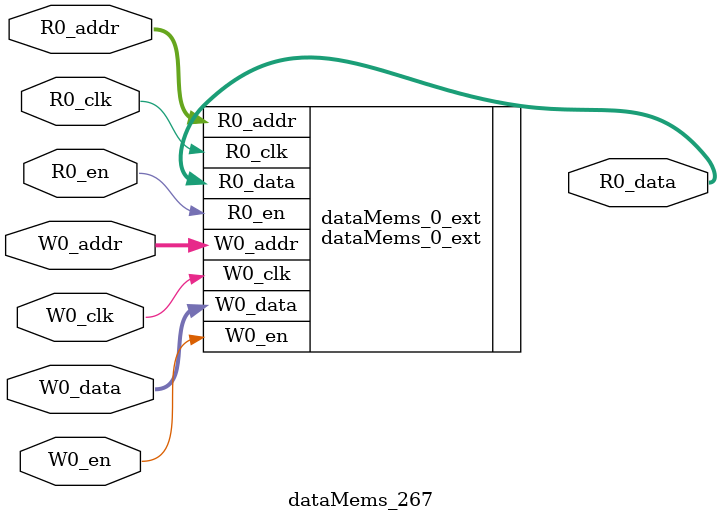
<source format=sv>
`ifndef RANDOMIZE
  `ifdef RANDOMIZE_REG_INIT
    `define RANDOMIZE
  `endif // RANDOMIZE_REG_INIT
`endif // not def RANDOMIZE
`ifndef RANDOMIZE
  `ifdef RANDOMIZE_MEM_INIT
    `define RANDOMIZE
  `endif // RANDOMIZE_MEM_INIT
`endif // not def RANDOMIZE

`ifndef RANDOM
  `define RANDOM $random
`endif // not def RANDOM

// Users can define 'PRINTF_COND' to add an extra gate to prints.
`ifndef PRINTF_COND_
  `ifdef PRINTF_COND
    `define PRINTF_COND_ (`PRINTF_COND)
  `else  // PRINTF_COND
    `define PRINTF_COND_ 1
  `endif // PRINTF_COND
`endif // not def PRINTF_COND_

// Users can define 'ASSERT_VERBOSE_COND' to add an extra gate to assert error printing.
`ifndef ASSERT_VERBOSE_COND_
  `ifdef ASSERT_VERBOSE_COND
    `define ASSERT_VERBOSE_COND_ (`ASSERT_VERBOSE_COND)
  `else  // ASSERT_VERBOSE_COND
    `define ASSERT_VERBOSE_COND_ 1
  `endif // ASSERT_VERBOSE_COND
`endif // not def ASSERT_VERBOSE_COND_

// Users can define 'STOP_COND' to add an extra gate to stop conditions.
`ifndef STOP_COND_
  `ifdef STOP_COND
    `define STOP_COND_ (`STOP_COND)
  `else  // STOP_COND
    `define STOP_COND_ 1
  `endif // STOP_COND
`endif // not def STOP_COND_

// Users can define INIT_RANDOM as general code that gets injected into the
// initializer block for modules with registers.
`ifndef INIT_RANDOM
  `define INIT_RANDOM
`endif // not def INIT_RANDOM

// If using random initialization, you can also define RANDOMIZE_DELAY to
// customize the delay used, otherwise 0.002 is used.
`ifndef RANDOMIZE_DELAY
  `define RANDOMIZE_DELAY 0.002
`endif // not def RANDOMIZE_DELAY

// Define INIT_RANDOM_PROLOG_ for use in our modules below.
`ifndef INIT_RANDOM_PROLOG_
  `ifdef RANDOMIZE
    `ifdef VERILATOR
      `define INIT_RANDOM_PROLOG_ `INIT_RANDOM
    `else  // VERILATOR
      `define INIT_RANDOM_PROLOG_ `INIT_RANDOM #`RANDOMIZE_DELAY begin end
    `endif // VERILATOR
  `else  // RANDOMIZE
    `define INIT_RANDOM_PROLOG_
  `endif // RANDOMIZE
`endif // not def INIT_RANDOM_PROLOG_

// Include register initializers in init blocks unless synthesis is set
`ifndef SYNTHESIS
  `ifndef ENABLE_INITIAL_REG_
    `define ENABLE_INITIAL_REG_
  `endif // not def ENABLE_INITIAL_REG_
`endif // not def SYNTHESIS

// Include rmemory initializers in init blocks unless synthesis is set
`ifndef SYNTHESIS
  `ifndef ENABLE_INITIAL_MEM_
    `define ENABLE_INITIAL_MEM_
  `endif // not def ENABLE_INITIAL_MEM_
`endif // not def SYNTHESIS

module dataMems_267(	// @[generators/ara/src/main/scala/UnsafeAXI4ToTL.scala:365:62]
  input  [4:0]  R0_addr,
  input         R0_en,
  input         R0_clk,
  output [66:0] R0_data,
  input  [4:0]  W0_addr,
  input         W0_en,
  input         W0_clk,
  input  [66:0] W0_data
);

  dataMems_0_ext dataMems_0_ext (	// @[generators/ara/src/main/scala/UnsafeAXI4ToTL.scala:365:62]
    .R0_addr (R0_addr),
    .R0_en   (R0_en),
    .R0_clk  (R0_clk),
    .R0_data (R0_data),
    .W0_addr (W0_addr),
    .W0_en   (W0_en),
    .W0_clk  (W0_clk),
    .W0_data (W0_data)
  );
endmodule


</source>
